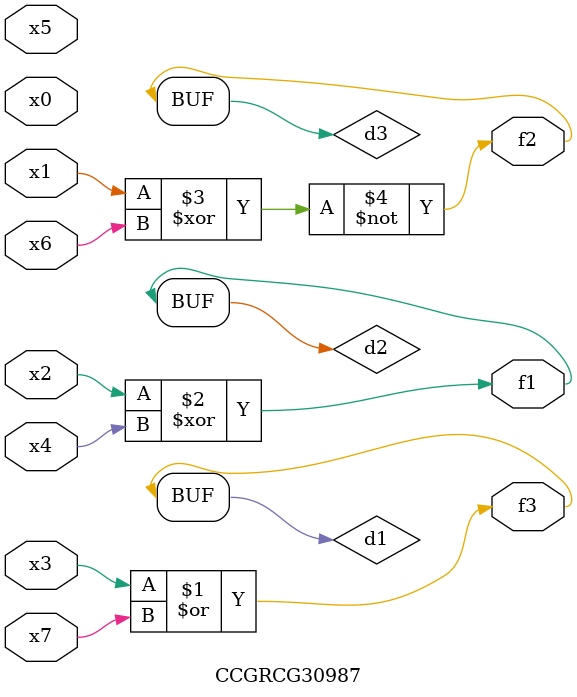
<source format=v>
module CCGRCG30987(
	input x0, x1, x2, x3, x4, x5, x6, x7,
	output f1, f2, f3
);

	wire d1, d2, d3;

	or (d1, x3, x7);
	xor (d2, x2, x4);
	xnor (d3, x1, x6);
	assign f1 = d2;
	assign f2 = d3;
	assign f3 = d1;
endmodule

</source>
